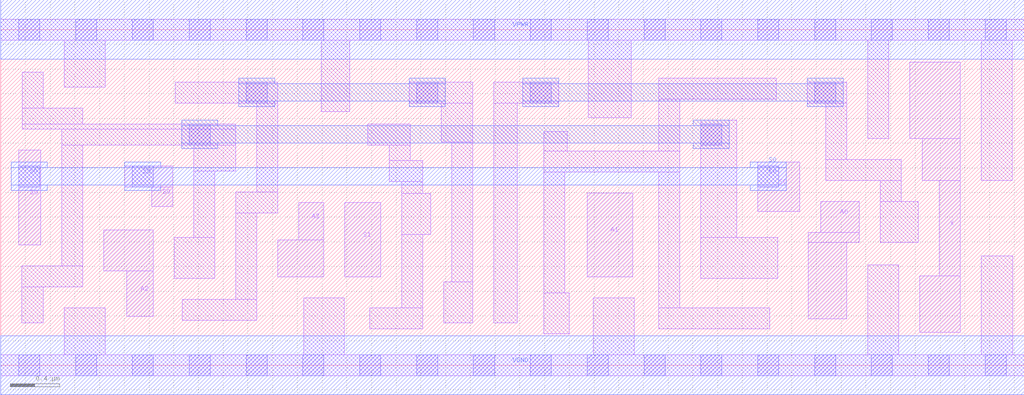
<source format=lef>
# Copyright 2020 The SkyWater PDK Authors
#
# Licensed under the Apache License, Version 2.0 (the "License");
# you may not use this file except in compliance with the License.
# You may obtain a copy of the License at
#
#     https://www.apache.org/licenses/LICENSE-2.0
#
# Unless required by applicable law or agreed to in writing, software
# distributed under the License is distributed on an "AS IS" BASIS,
# WITHOUT WARRANTIES OR CONDITIONS OF ANY KIND, either express or implied.
# See the License for the specific language governing permissions and
# limitations under the License.
#
# SPDX-License-Identifier: Apache-2.0

VERSION 5.7 ;
  NOWIREEXTENSIONATPIN ON ;
  DIVIDERCHAR "/" ;
  BUSBITCHARS "[]" ;
UNITS
  DATABASE MICRONS 200 ;
END UNITS
MACRO sky130_fd_sc_hd__mux4_2
  CLASS CORE ;
  FOREIGN sky130_fd_sc_hd__mux4_2 ;
  ORIGIN  0.000000  0.000000 ;
  SIZE  8.280000 BY  2.720000 ;
  SYMMETRY X Y R90 ;
  SITE unithd ;
  PIN A0
    ANTENNAGATEAREA  0.159000 ;
    DIRECTION INPUT ;
    USE SIGNAL ;
    PORT
      LAYER li1 ;
        RECT 6.535000 0.375000 6.845000 0.995000 ;
        RECT 6.535000 0.995000 6.945000 1.075000 ;
        RECT 6.635000 1.075000 6.945000 1.325000 ;
    END
  END A0
  PIN A1
    ANTENNAGATEAREA  0.159000 ;
    DIRECTION INPUT ;
    USE SIGNAL ;
    PORT
      LAYER li1 ;
        RECT 4.745000 0.715000 5.115000 1.395000 ;
    END
  END A1
  PIN A2
    ANTENNAGATEAREA  0.159000 ;
    DIRECTION INPUT ;
    USE SIGNAL ;
    PORT
      LAYER li1 ;
        RECT 0.835000 0.765000 1.235000 1.095000 ;
        RECT 1.020000 0.395000 1.235000 0.765000 ;
    END
  END A2
  PIN A3
    ANTENNAGATEAREA  0.159000 ;
    DIRECTION INPUT ;
    USE SIGNAL ;
    PORT
      LAYER li1 ;
        RECT 2.240000 0.715000 2.615000 1.015000 ;
        RECT 2.410000 1.015000 2.615000 1.320000 ;
    END
  END A3
  PIN S0
    ANTENNAGATEAREA  0.393000 ;
    DIRECTION INPUT ;
    USE SIGNAL ;
    PORT
      LAYER li1 ;
        RECT 0.145000 0.975000 0.325000 1.745000 ;
      LAYER mcon ;
        RECT 0.145000 1.445000 0.315000 1.615000 ;
    END
    PORT
      LAYER li1 ;
        RECT 1.005000 1.445000 1.390000 1.615000 ;
        RECT 1.220000 1.285000 1.390000 1.445000 ;
      LAYER mcon ;
        RECT 1.065000 1.445000 1.235000 1.615000 ;
    END
    PORT
      LAYER li1 ;
        RECT 6.125000 1.245000 6.465000 1.645000 ;
      LAYER mcon ;
        RECT 6.125000 1.445000 6.295000 1.615000 ;
    END
    PORT
      LAYER met1 ;
        RECT 0.085000 1.415000 0.375000 1.460000 ;
        RECT 0.085000 1.460000 6.355000 1.600000 ;
        RECT 0.085000 1.600000 0.375000 1.645000 ;
        RECT 1.005000 1.415000 1.295000 1.460000 ;
        RECT 1.005000 1.600000 1.295000 1.645000 ;
        RECT 6.065000 1.415000 6.355000 1.460000 ;
        RECT 6.065000 1.600000 6.355000 1.645000 ;
    END
  END S0
  PIN S1
    ANTENNAGATEAREA  0.303000 ;
    DIRECTION INPUT ;
    USE SIGNAL ;
    PORT
      LAYER li1 ;
        RECT 2.785000 0.715000 3.075000 1.320000 ;
    END
  END S1
  PIN X
    ANTENNADIFFAREA  0.445500 ;
    DIRECTION OUTPUT ;
    USE SIGNAL ;
    PORT
      LAYER li1 ;
        RECT 7.355000 1.835000 7.765000 2.455000 ;
        RECT 7.435000 0.265000 7.765000 0.725000 ;
        RECT 7.455000 1.495000 7.765000 1.835000 ;
        RECT 7.595000 0.725000 7.765000 1.495000 ;
    END
  END X
  PIN VGND
    DIRECTION INOUT ;
    SHAPE ABUTMENT ;
    USE GROUND ;
    PORT
      LAYER met1 ;
        RECT 0.000000 -0.240000 8.280000 0.240000 ;
    END
  END VGND
  PIN VPWR
    DIRECTION INOUT ;
    SHAPE ABUTMENT ;
    USE POWER ;
    PORT
      LAYER met1 ;
        RECT 0.000000 2.480000 8.280000 2.960000 ;
    END
  END VPWR
  OBS
    LAYER li1 ;
      RECT 0.000000 -0.085000 8.280000 0.085000 ;
      RECT 0.000000  2.635000 8.280000 2.805000 ;
      RECT 0.170000  0.345000 0.345000 0.635000 ;
      RECT 0.170000  0.635000 0.665000 0.805000 ;
      RECT 0.175000  1.915000 1.900000 1.955000 ;
      RECT 0.175000  1.955000 0.665000 2.085000 ;
      RECT 0.175000  2.085000 0.345000 2.375000 ;
      RECT 0.495000  0.805000 0.665000 1.785000 ;
      RECT 0.495000  1.785000 1.900000 1.915000 ;
      RECT 0.515000  0.085000 0.845000 0.465000 ;
      RECT 0.515000  2.255000 0.845000 2.635000 ;
      RECT 1.405000  0.705000 1.730000 1.035000 ;
      RECT 1.410000  2.125000 2.240000 2.295000 ;
      RECT 1.470000  0.365000 2.070000 0.535000 ;
      RECT 1.560000  1.035000 1.730000 1.575000 ;
      RECT 1.560000  1.575000 1.900000 1.785000 ;
      RECT 1.900000  0.535000 2.070000 1.235000 ;
      RECT 1.900000  1.235000 2.240000 1.405000 ;
      RECT 2.070000  1.405000 2.240000 2.125000 ;
      RECT 2.450000  0.085000 2.780000 0.545000 ;
      RECT 2.595000  2.055000 2.825000 2.635000 ;
      RECT 2.970000  1.785000 3.315000 1.955000 ;
      RECT 2.985000  0.295000 3.415000 0.465000 ;
      RECT 3.145000  1.490000 3.415000 1.660000 ;
      RECT 3.145000  1.660000 3.315000 1.785000 ;
      RECT 3.245000  0.465000 3.415000 1.060000 ;
      RECT 3.245000  1.060000 3.480000 1.390000 ;
      RECT 3.245000  1.390000 3.415000 1.490000 ;
      RECT 3.305000  2.125000 3.820000 2.295000 ;
      RECT 3.565000  1.810000 3.820000 2.125000 ;
      RECT 3.585000  0.345000 3.820000 0.675000 ;
      RECT 3.650000  0.675000 3.820000 1.810000 ;
      RECT 3.990000  0.345000 4.180000 2.125000 ;
      RECT 3.990000  2.125000 4.515000 2.295000 ;
      RECT 4.395000  0.255000 4.600000 0.585000 ;
      RECT 4.395000  0.585000 4.565000 1.565000 ;
      RECT 4.395000  1.565000 5.495000 1.735000 ;
      RECT 4.395000  1.735000 4.585000 1.895000 ;
      RECT 4.755000  2.005000 5.100000 2.635000 ;
      RECT 4.795000  0.085000 5.125000 0.545000 ;
      RECT 5.325000  0.295000 6.220000 0.465000 ;
      RECT 5.325000  0.465000 5.495000 1.565000 ;
      RECT 5.325000  1.735000 5.495000 2.155000 ;
      RECT 5.325000  2.155000 6.275000 2.325000 ;
      RECT 5.665000  0.705000 6.285000 1.035000 ;
      RECT 5.665000  1.035000 5.955000 1.985000 ;
      RECT 6.525000  2.125000 6.845000 2.295000 ;
      RECT 6.675000  1.495000 7.285000 1.665000 ;
      RECT 6.675000  1.665000 6.845000 2.125000 ;
      RECT 7.015000  0.085000 7.265000 0.815000 ;
      RECT 7.015000  1.835000 7.185000 2.635000 ;
      RECT 7.115000  0.995000 7.425000 1.325000 ;
      RECT 7.115000  1.325000 7.285000 1.495000 ;
      RECT 7.935000  0.085000 8.190000 0.885000 ;
      RECT 7.935000  1.495000 8.185000 2.635000 ;
    LAYER mcon ;
      RECT 0.145000 -0.085000 0.315000 0.085000 ;
      RECT 0.145000  2.635000 0.315000 2.805000 ;
      RECT 0.605000 -0.085000 0.775000 0.085000 ;
      RECT 0.605000  2.635000 0.775000 2.805000 ;
      RECT 1.065000 -0.085000 1.235000 0.085000 ;
      RECT 1.065000  2.635000 1.235000 2.805000 ;
      RECT 1.525000 -0.085000 1.695000 0.085000 ;
      RECT 1.525000  1.785000 1.695000 1.955000 ;
      RECT 1.525000  2.635000 1.695000 2.805000 ;
      RECT 1.985000 -0.085000 2.155000 0.085000 ;
      RECT 1.985000  2.125000 2.155000 2.295000 ;
      RECT 1.985000  2.635000 2.155000 2.805000 ;
      RECT 2.445000 -0.085000 2.615000 0.085000 ;
      RECT 2.445000  2.635000 2.615000 2.805000 ;
      RECT 2.905000 -0.085000 3.075000 0.085000 ;
      RECT 2.905000  2.635000 3.075000 2.805000 ;
      RECT 3.365000 -0.085000 3.535000 0.085000 ;
      RECT 3.365000  2.125000 3.535000 2.295000 ;
      RECT 3.365000  2.635000 3.535000 2.805000 ;
      RECT 3.825000 -0.085000 3.995000 0.085000 ;
      RECT 3.825000  2.635000 3.995000 2.805000 ;
      RECT 4.285000 -0.085000 4.455000 0.085000 ;
      RECT 4.285000  2.125000 4.455000 2.295000 ;
      RECT 4.285000  2.635000 4.455000 2.805000 ;
      RECT 4.745000 -0.085000 4.915000 0.085000 ;
      RECT 4.745000  2.635000 4.915000 2.805000 ;
      RECT 5.205000 -0.085000 5.375000 0.085000 ;
      RECT 5.205000  2.635000 5.375000 2.805000 ;
      RECT 5.665000 -0.085000 5.835000 0.085000 ;
      RECT 5.665000  1.785000 5.835000 1.955000 ;
      RECT 5.665000  2.635000 5.835000 2.805000 ;
      RECT 6.125000 -0.085000 6.295000 0.085000 ;
      RECT 6.125000  2.635000 6.295000 2.805000 ;
      RECT 6.585000 -0.085000 6.755000 0.085000 ;
      RECT 6.585000  2.125000 6.755000 2.295000 ;
      RECT 6.585000  2.635000 6.755000 2.805000 ;
      RECT 7.045000 -0.085000 7.215000 0.085000 ;
      RECT 7.045000  2.635000 7.215000 2.805000 ;
      RECT 7.505000 -0.085000 7.675000 0.085000 ;
      RECT 7.505000  2.635000 7.675000 2.805000 ;
      RECT 7.965000 -0.085000 8.135000 0.085000 ;
      RECT 7.965000  2.635000 8.135000 2.805000 ;
    LAYER met1 ;
      RECT 1.465000 1.755000 1.755000 1.800000 ;
      RECT 1.465000 1.800000 5.895000 1.940000 ;
      RECT 1.465000 1.940000 1.755000 1.985000 ;
      RECT 1.925000 2.095000 2.215000 2.140000 ;
      RECT 1.925000 2.140000 3.595000 2.280000 ;
      RECT 1.925000 2.280000 2.215000 2.325000 ;
      RECT 3.305000 2.095000 3.595000 2.140000 ;
      RECT 3.305000 2.280000 3.595000 2.325000 ;
      RECT 4.225000 2.095000 4.515000 2.140000 ;
      RECT 4.225000 2.140000 6.815000 2.280000 ;
      RECT 4.225000 2.280000 4.515000 2.325000 ;
      RECT 5.605000 1.755000 5.895000 1.800000 ;
      RECT 5.605000 1.940000 5.895000 1.985000 ;
      RECT 6.525000 2.095000 6.815000 2.140000 ;
      RECT 6.525000 2.280000 6.815000 2.325000 ;
  END
END sky130_fd_sc_hd__mux4_2
END LIBRARY

</source>
